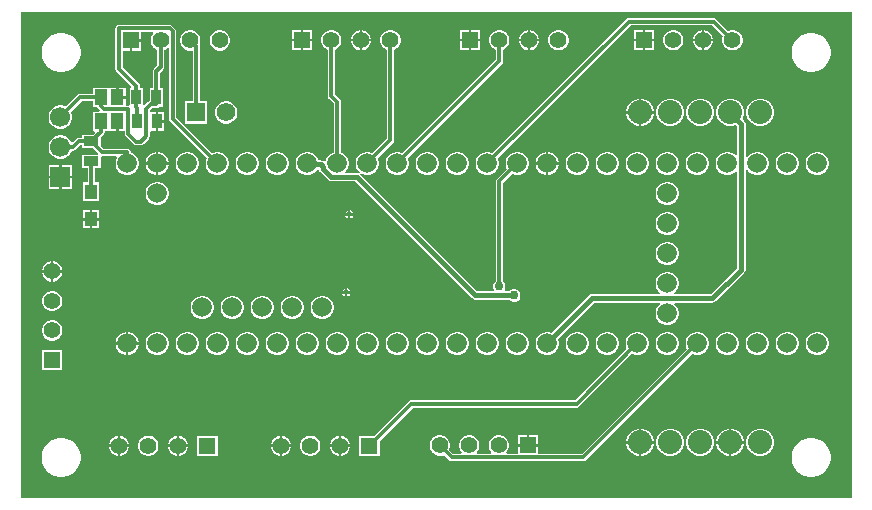
<source format=gtl>
G04*
G04 #@! TF.GenerationSoftware,Altium Limited,Altium Designer,22.10.1 (41)*
G04*
G04 Layer_Physical_Order=1*
G04 Layer_Color=255*
%FSLAX44Y44*%
%MOMM*%
G71*
G04*
G04 #@! TF.SameCoordinates,F6035E9F-F1FD-4C6C-B8EA-126E05AD2449*
G04*
G04*
G04 #@! TF.FilePolarity,Positive*
G04*
G01*
G75*
%ADD13R,0.8065X1.3082*%
%ADD14R,1.1000X1.2500*%
%ADD15R,1.3082X0.8065*%
%ADD16R,1.1000X1.3500*%
%ADD18R,1.4000X1.4000*%
%ADD19C,1.4000*%
%ADD20R,1.4000X1.4000*%
%ADD25C,1.5700*%
%ADD26R,1.5700X1.5700*%
%ADD30C,0.3810*%
%ADD31C,0.3048*%
%ADD32C,0.4064*%
%ADD33C,1.6650*%
%ADD34C,1.7000*%
%ADD35R,1.7000X1.7000*%
%ADD36C,2.0320*%
%ADD37C,0.4064*%
%ADD38C,0.7620*%
G36*
X707316Y3884D02*
X3884D01*
Y415215D01*
X707316D01*
Y3884D01*
D02*
G37*
%LPC*%
G36*
X539984Y399854D02*
X532476D01*
Y392346D01*
X539984D01*
Y399854D01*
D02*
G37*
G36*
X435263D02*
X435156D01*
Y392346D01*
X442664D01*
Y392452D01*
X442083Y394620D01*
X440961Y396564D01*
X439374Y398151D01*
X437430Y399273D01*
X435263Y399854D01*
D02*
G37*
G36*
X392664D02*
X385156D01*
Y392346D01*
X392664D01*
Y399854D01*
D02*
G37*
G36*
X250424D02*
X242916D01*
Y392346D01*
X250424D01*
Y399854D01*
D02*
G37*
G36*
X582582D02*
X582476D01*
Y392346D01*
X589984D01*
Y392452D01*
X589403Y394620D01*
X588281Y396564D01*
X586694Y398151D01*
X584750Y399273D01*
X582582Y399854D01*
D02*
G37*
G36*
X293023D02*
X292916D01*
Y392346D01*
X300424D01*
Y392452D01*
X299843Y394620D01*
X298721Y396564D01*
X297134Y398151D01*
X295191Y399273D01*
X293023Y399854D01*
D02*
G37*
G36*
X530444D02*
X522936D01*
Y392346D01*
X530444D01*
Y399854D01*
D02*
G37*
G36*
X433124D02*
X433018D01*
X430850Y399273D01*
X428907Y398151D01*
X427319Y396564D01*
X426197Y394620D01*
X425616Y392452D01*
Y392346D01*
X433124D01*
Y399854D01*
D02*
G37*
G36*
X240884D02*
X233376D01*
Y392346D01*
X240884D01*
Y399854D01*
D02*
G37*
G36*
X580444D02*
X580338D01*
X578170Y399273D01*
X576226Y398151D01*
X574639Y396564D01*
X573517Y394620D01*
X572936Y392452D01*
Y392346D01*
X580444D01*
Y399854D01*
D02*
G37*
G36*
X383124D02*
X375616D01*
Y392346D01*
X383124D01*
Y399854D01*
D02*
G37*
G36*
X290884D02*
X290778D01*
X288610Y399273D01*
X286667Y398151D01*
X285079Y396564D01*
X283957Y394620D01*
X283376Y392452D01*
Y392346D01*
X290884D01*
Y399854D01*
D02*
G37*
G36*
X590628Y410270D02*
X518922D01*
X517733Y410033D01*
X516725Y409360D01*
X403204Y295839D01*
X402582Y296198D01*
X400077Y296869D01*
X397483D01*
X394978Y296198D01*
X392733Y294901D01*
X390899Y293067D01*
X389602Y290822D01*
X388931Y288317D01*
Y285723D01*
X389602Y283218D01*
X390899Y280973D01*
X392733Y279139D01*
X394978Y277842D01*
X397483Y277171D01*
X400077D01*
X402582Y277842D01*
X404827Y279139D01*
X406661Y280973D01*
X407958Y283218D01*
X408629Y285723D01*
Y288317D01*
X407958Y290822D01*
X407599Y291444D01*
X520209Y404054D01*
X589341D01*
X598611Y394784D01*
X598517Y394620D01*
X597936Y392452D01*
Y390208D01*
X598517Y388040D01*
X599639Y386096D01*
X601226Y384509D01*
X603170Y383387D01*
X605338Y382806D01*
X607582D01*
X609750Y383387D01*
X611694Y384509D01*
X613281Y386096D01*
X614403Y388040D01*
X614984Y390208D01*
Y392452D01*
X614403Y394620D01*
X613281Y396564D01*
X611694Y398151D01*
X609750Y399273D01*
X607582Y399854D01*
X605338D01*
X603170Y399273D01*
X603006Y399179D01*
X592826Y409360D01*
X591818Y410033D01*
X590628Y410270D01*
D02*
G37*
G36*
X589984Y390314D02*
X582476D01*
Y382806D01*
X582582D01*
X584750Y383387D01*
X586694Y384509D01*
X588281Y386096D01*
X589403Y388040D01*
X589984Y390208D01*
Y390314D01*
D02*
G37*
G36*
X580444D02*
X572936D01*
Y390208D01*
X573517Y388040D01*
X574639Y386096D01*
X576226Y384509D01*
X578170Y383387D01*
X580338Y382806D01*
X580444D01*
Y390314D01*
D02*
G37*
G36*
X557582Y399854D02*
X555338D01*
X553170Y399273D01*
X551226Y398151D01*
X549639Y396564D01*
X548517Y394620D01*
X547936Y392452D01*
Y390208D01*
X548517Y388040D01*
X549639Y386096D01*
X551226Y384509D01*
X553170Y383387D01*
X555338Y382806D01*
X557582D01*
X559750Y383387D01*
X561694Y384509D01*
X563281Y386096D01*
X564403Y388040D01*
X564984Y390208D01*
Y392452D01*
X564403Y394620D01*
X563281Y396564D01*
X561694Y398151D01*
X559750Y399273D01*
X557582Y399854D01*
D02*
G37*
G36*
X539984Y390314D02*
X532476D01*
Y382806D01*
X539984D01*
Y390314D01*
D02*
G37*
G36*
X530444D02*
X522936D01*
Y382806D01*
X530444D01*
Y390314D01*
D02*
G37*
G36*
X460262Y399854D02*
X458018D01*
X455850Y399273D01*
X453906Y398151D01*
X452319Y396564D01*
X451197Y394620D01*
X450616Y392452D01*
Y390208D01*
X451197Y388040D01*
X452319Y386096D01*
X453906Y384509D01*
X455850Y383387D01*
X458018Y382806D01*
X460262D01*
X462430Y383387D01*
X464374Y384509D01*
X465961Y386096D01*
X467083Y388040D01*
X467664Y390208D01*
Y392452D01*
X467083Y394620D01*
X465961Y396564D01*
X464374Y398151D01*
X462430Y399273D01*
X460262Y399854D01*
D02*
G37*
G36*
X442664Y390314D02*
X435156D01*
Y382806D01*
X435263D01*
X437430Y383387D01*
X439374Y384509D01*
X440961Y386096D01*
X442083Y388040D01*
X442664Y390208D01*
Y390314D01*
D02*
G37*
G36*
X433124D02*
X425616D01*
Y390208D01*
X426197Y388040D01*
X427319Y386096D01*
X428907Y384509D01*
X430850Y383387D01*
X433018Y382806D01*
X433124D01*
Y390314D01*
D02*
G37*
G36*
X392664D02*
X385156D01*
Y382806D01*
X392664D01*
Y390314D01*
D02*
G37*
G36*
X383124D02*
X375616D01*
Y382806D01*
X383124D01*
Y390314D01*
D02*
G37*
G36*
X300424D02*
X292916D01*
Y382806D01*
X293023D01*
X295191Y383387D01*
X297134Y384509D01*
X298721Y386096D01*
X299843Y388040D01*
X300424Y390208D01*
Y390314D01*
D02*
G37*
G36*
X290884D02*
X283376D01*
Y390208D01*
X283957Y388040D01*
X285079Y386096D01*
X286667Y384509D01*
X288610Y383387D01*
X290778Y382806D01*
X290884D01*
Y390314D01*
D02*
G37*
G36*
X250424D02*
X242916D01*
Y382806D01*
X250424D01*
Y390314D01*
D02*
G37*
G36*
X240884D02*
X233376D01*
Y382806D01*
X240884D01*
Y390314D01*
D02*
G37*
G36*
X173442Y399684D02*
X171197D01*
X169030Y399103D01*
X167086Y397981D01*
X165499Y396394D01*
X164377Y394450D01*
X163796Y392282D01*
Y390038D01*
X164377Y387870D01*
X165499Y385926D01*
X167086Y384339D01*
X169030Y383217D01*
X171197Y382636D01*
X173442D01*
X175610Y383217D01*
X177554Y384339D01*
X179141Y385926D01*
X180263Y387870D01*
X180844Y390038D01*
Y392282D01*
X180263Y394450D01*
X179141Y396394D01*
X177554Y397981D01*
X175610Y399103D01*
X173442Y399684D01*
D02*
G37*
G36*
X674727Y397524D02*
X671472D01*
X668280Y396889D01*
X665273Y395643D01*
X662567Y393835D01*
X660265Y391533D01*
X658457Y388827D01*
X657211Y385820D01*
X656576Y382627D01*
Y379372D01*
X657211Y376180D01*
X658457Y373173D01*
X660265Y370467D01*
X662567Y368165D01*
X665273Y366357D01*
X668280Y365111D01*
X671472Y364476D01*
X674727D01*
X677920Y365111D01*
X680927Y366357D01*
X683633Y368165D01*
X685935Y370467D01*
X687743Y373173D01*
X688989Y376180D01*
X689624Y379372D01*
Y382627D01*
X688989Y385820D01*
X687743Y388827D01*
X685935Y391533D01*
X683633Y393835D01*
X680927Y395643D01*
X677920Y396889D01*
X674727Y397524D01*
D02*
G37*
G36*
X39727D02*
X36472D01*
X33280Y396889D01*
X30273Y395643D01*
X27567Y393835D01*
X25265Y391533D01*
X23457Y388827D01*
X22211Y385820D01*
X21576Y382627D01*
Y379372D01*
X22211Y376180D01*
X23457Y373173D01*
X25265Y370467D01*
X27567Y368165D01*
X30273Y366357D01*
X33280Y365111D01*
X36472Y364476D01*
X39727D01*
X42920Y365111D01*
X45927Y366357D01*
X48633Y368165D01*
X50935Y370467D01*
X52743Y373173D01*
X53989Y376180D01*
X54624Y379372D01*
Y382627D01*
X53989Y385820D01*
X52743Y388827D01*
X50935Y391533D01*
X48633Y393835D01*
X45927Y395643D01*
X42920Y396889D01*
X39727Y397524D01*
D02*
G37*
G36*
X92764Y351174D02*
X86756D01*
Y343916D01*
X92764D01*
Y351174D01*
D02*
G37*
G36*
X529858Y341884D02*
X529336D01*
Y331216D01*
X540004D01*
Y331738D01*
X539208Y334710D01*
X537669Y337374D01*
X535494Y339549D01*
X532830Y341088D01*
X529858Y341884D01*
D02*
G37*
G36*
X527304D02*
X526782D01*
X523810Y341088D01*
X521146Y339549D01*
X518970Y337374D01*
X517432Y334710D01*
X516636Y331738D01*
Y331216D01*
X527304D01*
Y341884D01*
D02*
G37*
G36*
X120396Y330645D02*
Y323596D01*
X124937D01*
Y330645D01*
X120396D01*
D02*
G37*
G36*
X179034Y339574D02*
X176566D01*
X174182Y338935D01*
X172044Y337701D01*
X170299Y335956D01*
X169065Y333818D01*
X168426Y331434D01*
Y328966D01*
X169065Y326582D01*
X170299Y324444D01*
X172044Y322699D01*
X174182Y321465D01*
X176566Y320826D01*
X179034D01*
X181418Y321465D01*
X183556Y322699D01*
X185301Y324444D01*
X186535Y326582D01*
X187174Y328966D01*
Y331434D01*
X186535Y333818D01*
X185301Y335956D01*
X183556Y337701D01*
X181418Y338935D01*
X179034Y339574D01*
D02*
G37*
G36*
X148442Y399684D02*
X146198D01*
X144030Y399103D01*
X142086Y397981D01*
X140499Y396394D01*
X139377Y394450D01*
X138796Y392282D01*
Y390038D01*
X139377Y387870D01*
X140499Y385926D01*
X142086Y384339D01*
X144030Y383217D01*
X146198Y382636D01*
X148442D01*
X149292Y381984D01*
Y339574D01*
X143026D01*
Y320826D01*
X161774D01*
Y339574D01*
X155508D01*
Y386080D01*
X155271Y387269D01*
X155081Y387554D01*
X155263Y387870D01*
X155844Y390038D01*
Y392282D01*
X155263Y394450D01*
X154141Y396394D01*
X152554Y397981D01*
X150610Y399103D01*
X148442Y399684D01*
D02*
G37*
G36*
X631458Y341884D02*
X628382D01*
X625410Y341088D01*
X622746Y339549D01*
X620570Y337374D01*
X619032Y334710D01*
X618236Y331738D01*
Y328662D01*
X619032Y325690D01*
X620570Y323026D01*
X622746Y320850D01*
X625410Y319312D01*
X628382Y318516D01*
X631458D01*
X634430Y319312D01*
X637094Y320850D01*
X639269Y323026D01*
X640808Y325690D01*
X641604Y328662D01*
Y331738D01*
X640808Y334710D01*
X639269Y337374D01*
X637094Y339549D01*
X634430Y341088D01*
X631458Y341884D01*
D02*
G37*
G36*
X580658D02*
X577582D01*
X574610Y341088D01*
X571946Y339549D01*
X569771Y337374D01*
X568232Y334710D01*
X567436Y331738D01*
Y328662D01*
X568232Y325690D01*
X569771Y323026D01*
X571946Y320850D01*
X574610Y319312D01*
X577582Y318516D01*
X580658D01*
X583630Y319312D01*
X586294Y320850D01*
X588470Y323026D01*
X590008Y325690D01*
X590804Y328662D01*
Y331738D01*
X590008Y334710D01*
X588470Y337374D01*
X586294Y339549D01*
X583630Y341088D01*
X580658Y341884D01*
D02*
G37*
G36*
X555258D02*
X552182D01*
X549210Y341088D01*
X546546Y339549D01*
X544370Y337374D01*
X542832Y334710D01*
X542036Y331738D01*
Y328662D01*
X542832Y325690D01*
X544370Y323026D01*
X546546Y320850D01*
X549210Y319312D01*
X552182Y318516D01*
X555258D01*
X558230Y319312D01*
X560894Y320850D01*
X563069Y323026D01*
X564608Y325690D01*
X565404Y328662D01*
Y331738D01*
X564608Y334710D01*
X563069Y337374D01*
X560894Y339549D01*
X558230Y341088D01*
X555258Y341884D01*
D02*
G37*
G36*
X540004Y329184D02*
X529336D01*
Y318516D01*
X529858D01*
X532830Y319312D01*
X535494Y320850D01*
X537669Y323026D01*
X539208Y325690D01*
X540004Y328662D01*
Y329184D01*
D02*
G37*
G36*
X527304D02*
X516636D01*
Y328662D01*
X517432Y325690D01*
X518970Y323026D01*
X521146Y320850D01*
X523810Y319312D01*
X526782Y318516D01*
X527304D01*
Y329184D01*
D02*
G37*
G36*
X124937Y321564D02*
X120396D01*
Y314515D01*
X124937D01*
Y321564D01*
D02*
G37*
G36*
X410262Y399854D02*
X408018D01*
X405850Y399273D01*
X403906Y398151D01*
X402319Y396564D01*
X401197Y394620D01*
X400616Y392452D01*
Y390208D01*
X401197Y388040D01*
X402319Y386096D01*
X403906Y384509D01*
X405850Y383387D01*
X406032Y383338D01*
Y374867D01*
X327004Y295839D01*
X326382Y296198D01*
X323877Y296869D01*
X321283D01*
X318778Y296198D01*
X316533Y294901D01*
X314699Y293067D01*
X313402Y290822D01*
X312731Y288317D01*
Y285723D01*
X313402Y283218D01*
X314699Y280973D01*
X316533Y279139D01*
X318778Y277842D01*
X321283Y277171D01*
X323877D01*
X326382Y277842D01*
X328627Y279139D01*
X330461Y280973D01*
X331758Y283218D01*
X332429Y285723D01*
Y288317D01*
X331758Y290822D01*
X331399Y291444D01*
X411338Y371383D01*
X412011Y372391D01*
X412248Y373580D01*
Y383338D01*
X412430Y383387D01*
X414374Y384509D01*
X415961Y386096D01*
X417083Y388040D01*
X417664Y390208D01*
Y392452D01*
X417083Y394620D01*
X415961Y396564D01*
X414374Y398151D01*
X412430Y399273D01*
X410262Y399854D01*
D02*
G37*
G36*
X318022D02*
X315778D01*
X313610Y399273D01*
X311666Y398151D01*
X310079Y396564D01*
X308957Y394620D01*
X308376Y392452D01*
Y390208D01*
X308957Y388040D01*
X310079Y386096D01*
X311666Y384509D01*
X313610Y383387D01*
X313792Y383338D01*
Y308027D01*
X301604Y295839D01*
X300982Y296198D01*
X298477Y296869D01*
X295883D01*
X293378Y296198D01*
X291133Y294901D01*
X289299Y293067D01*
X288002Y290822D01*
X287331Y288317D01*
Y285723D01*
X288002Y283218D01*
X289299Y280973D01*
X290797Y279474D01*
X290844Y279427D01*
X290063Y278475D01*
X290063Y278475D01*
X290063Y278475D01*
X288911Y278703D01*
X288614Y278762D01*
X279247D01*
X278721Y280032D01*
X279661Y280973D01*
X280958Y283218D01*
X281629Y285723D01*
Y288317D01*
X280958Y290822D01*
X279661Y293067D01*
X277827Y294901D01*
X275582Y296198D01*
X274888Y296384D01*
Y339090D01*
X274651Y340279D01*
X273978Y341287D01*
X270008Y345257D01*
Y383338D01*
X270190Y383387D01*
X272134Y384509D01*
X273721Y386096D01*
X274843Y388040D01*
X275424Y390208D01*
Y392452D01*
X274843Y394620D01*
X273721Y396564D01*
X272134Y398151D01*
X270190Y399273D01*
X268022Y399854D01*
X265778D01*
X263610Y399273D01*
X261666Y398151D01*
X260079Y396564D01*
X258957Y394620D01*
X258376Y392452D01*
Y390208D01*
X258957Y388040D01*
X260079Y386096D01*
X261666Y384509D01*
X263610Y383387D01*
X263792Y383338D01*
Y343970D01*
X264029Y342781D01*
X264703Y341772D01*
X268672Y337803D01*
Y296384D01*
X267978Y296198D01*
X265733Y294901D01*
X263899Y293067D01*
X262602Y290822D01*
X262034Y288700D01*
X260767Y288170D01*
X260266Y288671D01*
X259132Y289429D01*
X257794Y289695D01*
X255860D01*
X255558Y290822D01*
X254261Y293067D01*
X252427Y294901D01*
X250182Y296198D01*
X247677Y296869D01*
X245083D01*
X242578Y296198D01*
X240333Y294901D01*
X238499Y293067D01*
X237202Y290822D01*
X236531Y288317D01*
Y285723D01*
X237202Y283218D01*
X238499Y280973D01*
X240333Y279139D01*
X242578Y277842D01*
X245083Y277171D01*
X247677D01*
X250182Y277842D01*
X252427Y279139D01*
X254261Y280973D01*
X255153Y282517D01*
X255263Y282526D01*
X256530Y282151D01*
X256796Y280813D01*
X257554Y279679D01*
X264439Y272794D01*
X265573Y272036D01*
X266911Y271770D01*
X266912Y271770D01*
X287166D01*
X386148Y172788D01*
X387282Y172030D01*
X388620Y171764D01*
X388620Y171764D01*
X417593D01*
X418619Y170738D01*
X420579Y169926D01*
X422701D01*
X424661Y170738D01*
X426162Y172239D01*
X426974Y174199D01*
Y176321D01*
X426162Y178281D01*
X424661Y179782D01*
X422701Y180594D01*
X420579D01*
X418619Y179782D01*
X417593Y178756D01*
X414019D01*
X413531Y180026D01*
X414274Y181819D01*
Y183941D01*
X413462Y185902D01*
X412048Y187316D01*
Y270493D01*
X419756Y278201D01*
X420378Y277842D01*
X422883Y277171D01*
X425477D01*
X427982Y277842D01*
X430227Y279139D01*
X432061Y280973D01*
X433358Y283218D01*
X434029Y285723D01*
Y288317D01*
X433358Y290822D01*
X432061Y293067D01*
X430227Y294901D01*
X427982Y296198D01*
X425477Y296869D01*
X422883D01*
X420378Y296198D01*
X418133Y294901D01*
X416299Y293067D01*
X415002Y290822D01*
X414331Y288317D01*
Y285723D01*
X415002Y283218D01*
X415361Y282596D01*
X406743Y273978D01*
X406069Y272969D01*
X405832Y271780D01*
Y187316D01*
X404418Y185902D01*
X403606Y183941D01*
Y181819D01*
X404349Y180026D01*
X403861Y178756D01*
X390068D01*
X291094Y277730D01*
X291086Y277738D01*
X291831Y278736D01*
X291856Y278721D01*
X293378Y277842D01*
X295883Y277171D01*
X298477D01*
X300982Y277842D01*
X303227Y279139D01*
X305061Y280973D01*
X306358Y283218D01*
X307029Y285723D01*
Y288317D01*
X306358Y290822D01*
X305999Y291444D01*
X319097Y304543D01*
X319771Y305551D01*
X320008Y306740D01*
Y383338D01*
X320190Y383387D01*
X322134Y384509D01*
X323721Y386096D01*
X324843Y388040D01*
X325424Y390208D01*
Y392452D01*
X324843Y394620D01*
X323721Y396564D01*
X322134Y398151D01*
X320190Y399273D01*
X318022Y399854D01*
D02*
G37*
G36*
X606058Y341884D02*
X602982D01*
X600010Y341088D01*
X597346Y339549D01*
X595171Y337374D01*
X593632Y334710D01*
X592836Y331738D01*
Y328662D01*
X593632Y325690D01*
X595171Y323026D01*
X597346Y320850D01*
X600010Y319312D01*
X602982Y318516D01*
X606058D01*
X609030Y319312D01*
X610292Y318575D01*
Y294432D01*
X609022Y293906D01*
X608027Y294901D01*
X605782Y296198D01*
X603277Y296869D01*
X600683D01*
X598178Y296198D01*
X595933Y294901D01*
X594099Y293067D01*
X592802Y290822D01*
X592131Y288317D01*
Y285723D01*
X592802Y283218D01*
X594099Y280973D01*
X595933Y279139D01*
X598178Y277842D01*
X600683Y277171D01*
X603277D01*
X605782Y277842D01*
X608027Y279139D01*
X609022Y280134D01*
X610292Y279608D01*
Y198606D01*
X588032Y176346D01*
X557547D01*
X557350Y177082D01*
X557304Y177616D01*
X559061Y179373D01*
X560358Y181618D01*
X561029Y184123D01*
Y186717D01*
X560358Y189222D01*
X559061Y191467D01*
X557227Y193301D01*
X554982Y194598D01*
X552477Y195269D01*
X549883D01*
X547378Y194598D01*
X545133Y193301D01*
X543299Y191467D01*
X542002Y189222D01*
X541331Y186717D01*
Y184123D01*
X542002Y181618D01*
X543299Y179373D01*
X545056Y177616D01*
X545010Y177082D01*
X544813Y176346D01*
X487680D01*
X486292Y176070D01*
X485116Y175284D01*
X485116Y175284D01*
X453539Y143707D01*
X453382Y143798D01*
X450877Y144469D01*
X448283D01*
X445778Y143798D01*
X443533Y142501D01*
X441699Y140667D01*
X440402Y138422D01*
X439731Y135917D01*
Y133323D01*
X440402Y130818D01*
X441699Y128573D01*
X443533Y126739D01*
X445778Y125442D01*
X448283Y124771D01*
X450877D01*
X453382Y125442D01*
X455627Y126739D01*
X457461Y128573D01*
X458758Y130818D01*
X459429Y133323D01*
Y135917D01*
X458758Y138422D01*
X458667Y138579D01*
X489182Y169094D01*
X544813D01*
X545010Y168358D01*
X545056Y167824D01*
X543299Y166067D01*
X542002Y163822D01*
X541331Y161317D01*
Y158723D01*
X542002Y156218D01*
X543299Y153973D01*
X545133Y152139D01*
X547378Y150842D01*
X549883Y150171D01*
X552477D01*
X554982Y150842D01*
X557227Y152139D01*
X559061Y153973D01*
X560358Y156218D01*
X561029Y158723D01*
Y161317D01*
X560358Y163822D01*
X559061Y166067D01*
X557304Y167824D01*
X557350Y168358D01*
X557547Y169094D01*
X589534D01*
X589534Y169094D01*
X590922Y169370D01*
X592098Y170156D01*
X616482Y194540D01*
X617268Y195716D01*
X617544Y197104D01*
X617544Y197104D01*
Y281819D01*
X618814Y282159D01*
X619499Y280973D01*
X621333Y279139D01*
X623578Y277842D01*
X626083Y277171D01*
X628677D01*
X631182Y277842D01*
X633427Y279139D01*
X635261Y280973D01*
X636558Y283218D01*
X637229Y285723D01*
Y288317D01*
X636558Y290822D01*
X635261Y293067D01*
X633427Y294901D01*
X631182Y296198D01*
X628677Y296869D01*
X626083D01*
X623578Y296198D01*
X621333Y294901D01*
X619499Y293067D01*
X618814Y291881D01*
X617544Y292221D01*
Y320802D01*
X617544Y320802D01*
X617268Y322189D01*
X616482Y323366D01*
X614950Y324897D01*
X615408Y325690D01*
X616204Y328662D01*
Y331738D01*
X615408Y334710D01*
X613870Y337374D01*
X611694Y339549D01*
X609030Y341088D01*
X606058Y341884D01*
D02*
G37*
G36*
X450877Y296869D02*
X450596D01*
Y288036D01*
X459429D01*
Y288317D01*
X458758Y290822D01*
X457461Y293067D01*
X455627Y294901D01*
X453382Y296198D01*
X450877Y296869D01*
D02*
G37*
G36*
X448564D02*
X448283D01*
X445778Y296198D01*
X443533Y294901D01*
X441699Y293067D01*
X440402Y290822D01*
X439731Y288317D01*
Y288036D01*
X448564D01*
Y296869D01*
D02*
G37*
G36*
X120677D02*
X120396D01*
Y288036D01*
X129229D01*
Y288317D01*
X128558Y290822D01*
X127261Y293067D01*
X125427Y294901D01*
X123182Y296198D01*
X120677Y296869D01*
D02*
G37*
G36*
X118364D02*
X118083D01*
X115578Y296198D01*
X113333Y294901D01*
X111499Y293067D01*
X110202Y290822D01*
X109531Y288317D01*
Y288036D01*
X118364D01*
Y296869D01*
D02*
G37*
G36*
X679477D02*
X676883D01*
X674378Y296198D01*
X672133Y294901D01*
X670299Y293067D01*
X669002Y290822D01*
X668331Y288317D01*
Y285723D01*
X669002Y283218D01*
X670299Y280973D01*
X672133Y279139D01*
X674378Y277842D01*
X676883Y277171D01*
X679477D01*
X681982Y277842D01*
X684227Y279139D01*
X686061Y280973D01*
X687358Y283218D01*
X688029Y285723D01*
Y288317D01*
X687358Y290822D01*
X686061Y293067D01*
X684227Y294901D01*
X681982Y296198D01*
X679477Y296869D01*
D02*
G37*
G36*
X654077D02*
X651483D01*
X648978Y296198D01*
X646733Y294901D01*
X644899Y293067D01*
X643602Y290822D01*
X642931Y288317D01*
Y285723D01*
X643602Y283218D01*
X644899Y280973D01*
X646733Y279139D01*
X648978Y277842D01*
X651483Y277171D01*
X654077D01*
X656582Y277842D01*
X658827Y279139D01*
X660661Y280973D01*
X661958Y283218D01*
X662629Y285723D01*
Y288317D01*
X661958Y290822D01*
X660661Y293067D01*
X658827Y294901D01*
X656582Y296198D01*
X654077Y296869D01*
D02*
G37*
G36*
X577877D02*
X575283D01*
X572778Y296198D01*
X570533Y294901D01*
X568699Y293067D01*
X567402Y290822D01*
X566731Y288317D01*
Y285723D01*
X567402Y283218D01*
X568699Y280973D01*
X570533Y279139D01*
X572778Y277842D01*
X575283Y277171D01*
X577877D01*
X580382Y277842D01*
X582627Y279139D01*
X584461Y280973D01*
X585758Y283218D01*
X586429Y285723D01*
Y288317D01*
X585758Y290822D01*
X584461Y293067D01*
X582627Y294901D01*
X580382Y296198D01*
X577877Y296869D01*
D02*
G37*
G36*
X552477D02*
X549883D01*
X547378Y296198D01*
X545133Y294901D01*
X543299Y293067D01*
X542002Y290822D01*
X541331Y288317D01*
Y285723D01*
X542002Y283218D01*
X543299Y280973D01*
X545133Y279139D01*
X547378Y277842D01*
X549883Y277171D01*
X552477D01*
X554982Y277842D01*
X557227Y279139D01*
X559061Y280973D01*
X560358Y283218D01*
X561029Y285723D01*
Y288317D01*
X560358Y290822D01*
X559061Y293067D01*
X557227Y294901D01*
X554982Y296198D01*
X552477Y296869D01*
D02*
G37*
G36*
X527077D02*
X524483D01*
X521978Y296198D01*
X519733Y294901D01*
X517899Y293067D01*
X516602Y290822D01*
X515931Y288317D01*
Y285723D01*
X516602Y283218D01*
X517899Y280973D01*
X519733Y279139D01*
X521978Y277842D01*
X524483Y277171D01*
X527077D01*
X529582Y277842D01*
X531827Y279139D01*
X533661Y280973D01*
X534958Y283218D01*
X535629Y285723D01*
Y288317D01*
X534958Y290822D01*
X533661Y293067D01*
X531827Y294901D01*
X529582Y296198D01*
X527077Y296869D01*
D02*
G37*
G36*
X501677D02*
X499083D01*
X496578Y296198D01*
X494333Y294901D01*
X492499Y293067D01*
X491202Y290822D01*
X490531Y288317D01*
Y285723D01*
X491202Y283218D01*
X492499Y280973D01*
X494333Y279139D01*
X496578Y277842D01*
X499083Y277171D01*
X501677D01*
X504182Y277842D01*
X506427Y279139D01*
X508261Y280973D01*
X509558Y283218D01*
X510229Y285723D01*
Y288317D01*
X509558Y290822D01*
X508261Y293067D01*
X506427Y294901D01*
X504182Y296198D01*
X501677Y296869D01*
D02*
G37*
G36*
X476277D02*
X473683D01*
X471178Y296198D01*
X468933Y294901D01*
X467099Y293067D01*
X465802Y290822D01*
X465131Y288317D01*
Y285723D01*
X465802Y283218D01*
X467099Y280973D01*
X468933Y279139D01*
X471178Y277842D01*
X473683Y277171D01*
X476277D01*
X478782Y277842D01*
X481027Y279139D01*
X482861Y280973D01*
X484158Y283218D01*
X484829Y285723D01*
Y288317D01*
X484158Y290822D01*
X482861Y293067D01*
X481027Y294901D01*
X478782Y296198D01*
X476277Y296869D01*
D02*
G37*
G36*
X459429Y286004D02*
X450596D01*
Y277171D01*
X450877D01*
X453382Y277842D01*
X455627Y279139D01*
X457461Y280973D01*
X458758Y283218D01*
X459429Y285723D01*
Y286004D01*
D02*
G37*
G36*
X448564D02*
X439731D01*
Y285723D01*
X440402Y283218D01*
X441699Y280973D01*
X443533Y279139D01*
X445778Y277842D01*
X448283Y277171D01*
X448564D01*
Y286004D01*
D02*
G37*
G36*
X374677Y296869D02*
X372083D01*
X369578Y296198D01*
X367333Y294901D01*
X365499Y293067D01*
X364202Y290822D01*
X363531Y288317D01*
Y285723D01*
X364202Y283218D01*
X365499Y280973D01*
X367333Y279139D01*
X369578Y277842D01*
X372083Y277171D01*
X374677D01*
X377182Y277842D01*
X379427Y279139D01*
X381261Y280973D01*
X382558Y283218D01*
X383229Y285723D01*
Y288317D01*
X382558Y290822D01*
X381261Y293067D01*
X379427Y294901D01*
X377182Y296198D01*
X374677Y296869D01*
D02*
G37*
G36*
X349277D02*
X346683D01*
X344178Y296198D01*
X341933Y294901D01*
X340099Y293067D01*
X338802Y290822D01*
X338131Y288317D01*
Y285723D01*
X338802Y283218D01*
X340099Y280973D01*
X341933Y279139D01*
X344178Y277842D01*
X346683Y277171D01*
X349277D01*
X351782Y277842D01*
X354027Y279139D01*
X355861Y280973D01*
X357158Y283218D01*
X357829Y285723D01*
Y288317D01*
X357158Y290822D01*
X355861Y293067D01*
X354027Y294901D01*
X351782Y296198D01*
X349277Y296869D01*
D02*
G37*
G36*
X222277D02*
X219683D01*
X217178Y296198D01*
X214933Y294901D01*
X213099Y293067D01*
X211802Y290822D01*
X211131Y288317D01*
Y285723D01*
X211802Y283218D01*
X213099Y280973D01*
X214933Y279139D01*
X217178Y277842D01*
X219683Y277171D01*
X222277D01*
X224782Y277842D01*
X227027Y279139D01*
X228861Y280973D01*
X230158Y283218D01*
X230829Y285723D01*
Y288317D01*
X230158Y290822D01*
X228861Y293067D01*
X227027Y294901D01*
X224782Y296198D01*
X222277Y296869D01*
D02*
G37*
G36*
X196877D02*
X194283D01*
X191778Y296198D01*
X189533Y294901D01*
X187699Y293067D01*
X186402Y290822D01*
X185731Y288317D01*
Y285723D01*
X186402Y283218D01*
X187699Y280973D01*
X189533Y279139D01*
X191778Y277842D01*
X194283Y277171D01*
X196877D01*
X199382Y277842D01*
X201627Y279139D01*
X203461Y280973D01*
X204758Y283218D01*
X205429Y285723D01*
Y288317D01*
X204758Y290822D01*
X203461Y293067D01*
X201627Y294901D01*
X199382Y296198D01*
X196877Y296869D01*
D02*
G37*
G36*
X130048Y404428D02*
X87122D01*
X85933Y404191D01*
X84924Y403517D01*
X84251Y402509D01*
X84014Y401320D01*
Y367030D01*
X84251Y365841D01*
X84924Y364832D01*
X97522Y352235D01*
X96996Y350965D01*
X96044D01*
Y336640D01*
X95062Y335835D01*
X94996Y335848D01*
X92764D01*
Y341884D01*
X85740D01*
Y342900D01*
X84724D01*
Y351174D01*
X64716D01*
Y346008D01*
X54010D01*
X52821Y345771D01*
X51813Y345098D01*
X41998Y335283D01*
X41315Y335677D01*
X38766Y336360D01*
X36126D01*
X33577Y335677D01*
X31291Y334357D01*
X29425Y332491D01*
X28105Y330205D01*
X27422Y327656D01*
Y325017D01*
X28105Y322467D01*
X29425Y320181D01*
X31291Y318315D01*
X33577Y316995D01*
X36126Y316312D01*
X38766D01*
X41315Y316995D01*
X43601Y318315D01*
X45467Y320181D01*
X46787Y322467D01*
X47470Y325017D01*
Y327656D01*
X46787Y330205D01*
X46393Y330888D01*
X55297Y339792D01*
X64716D01*
Y334626D01*
X68763D01*
X68869Y334091D01*
X69543Y333083D01*
X70598Y332027D01*
X70112Y330854D01*
X64716D01*
Y314306D01*
X66063D01*
X66549Y313133D01*
X64661Y311245D01*
X55435D01*
Y308796D01*
X52758D01*
X51569Y308560D01*
X50561Y307886D01*
X47913Y305239D01*
X46383Y305504D01*
X45467Y307091D01*
X43601Y308957D01*
X41315Y310277D01*
X38766Y310960D01*
X36126D01*
X33577Y310277D01*
X31291Y308957D01*
X29425Y307091D01*
X28105Y304805D01*
X27422Y302256D01*
Y299617D01*
X28105Y297067D01*
X29425Y294781D01*
X31291Y292915D01*
X33577Y291595D01*
X36126Y290912D01*
X38766D01*
X41315Y291595D01*
X43601Y292915D01*
X45467Y294781D01*
X46787Y297067D01*
X46991Y297828D01*
X48006D01*
X49195Y298065D01*
X50203Y298739D01*
X54046Y302581D01*
X55435D01*
Y300132D01*
X64661D01*
X69392Y295401D01*
X68906Y294228D01*
X55435D01*
Y283115D01*
X60392D01*
Y270984D01*
X56476D01*
Y255436D01*
X70524D01*
Y270984D01*
X66608D01*
Y283115D01*
X71565D01*
Y292255D01*
X72771Y293310D01*
X84773D01*
X85506Y292040D01*
X84802Y290822D01*
X84131Y288317D01*
Y285723D01*
X84802Y283218D01*
X86099Y280973D01*
X87933Y279139D01*
X90178Y277842D01*
X92683Y277171D01*
X95277D01*
X97782Y277842D01*
X100027Y279139D01*
X101861Y280973D01*
X103158Y283218D01*
X103829Y285723D01*
Y288317D01*
X103158Y290822D01*
X101861Y293067D01*
X100027Y294901D01*
X97782Y296198D01*
X97088Y296384D01*
Y296418D01*
X96851Y297607D01*
X96178Y298615D01*
X95169Y299289D01*
X93980Y299526D01*
X74058D01*
X71565Y302018D01*
Y309359D01*
X73938Y311731D01*
X74611Y312740D01*
X74848Y313929D01*
Y314306D01*
X84724D01*
Y322580D01*
X86756D01*
Y314306D01*
X91888D01*
Y312166D01*
X92125Y310977D01*
X92799Y309968D01*
X99403Y303365D01*
X100411Y302691D01*
X101600Y302454D01*
X105664D01*
X106853Y302691D01*
X107861Y303365D01*
X112179Y307682D01*
X112853Y308691D01*
X113090Y309880D01*
Y313549D01*
X113823Y314515D01*
X114360Y314515D01*
X118364D01*
Y322580D01*
Y330645D01*
X114360D01*
X113823Y330645D01*
X113090Y331611D01*
Y331961D01*
X115079Y333950D01*
X118617D01*
X119806Y334187D01*
X120776Y334835D01*
X124173D01*
Y350965D01*
X121725D01*
Y363711D01*
X124517Y366503D01*
X125191Y367511D01*
X125428Y368701D01*
Y383168D01*
X125610Y383217D01*
X127554Y384339D01*
X128210Y384996D01*
X129480Y384470D01*
Y324612D01*
X129717Y323423D01*
X130391Y322415D01*
X161361Y291444D01*
X161002Y290822D01*
X160331Y288317D01*
Y285723D01*
X161002Y283218D01*
X162299Y280973D01*
X164133Y279139D01*
X166378Y277842D01*
X168883Y277171D01*
X171477D01*
X173982Y277842D01*
X176227Y279139D01*
X178061Y280973D01*
X179358Y283218D01*
X180029Y285723D01*
Y288317D01*
X179358Y290822D01*
X178061Y293067D01*
X176227Y294901D01*
X173982Y296198D01*
X171477Y296869D01*
X168883D01*
X166378Y296198D01*
X165756Y295839D01*
X135696Y325899D01*
Y398780D01*
X135459Y399969D01*
X134785Y400978D01*
X132246Y403517D01*
X131237Y404191D01*
X130048Y404428D01*
D02*
G37*
G36*
X146077Y296869D02*
X143483D01*
X140978Y296198D01*
X138733Y294901D01*
X136899Y293067D01*
X135602Y290822D01*
X134931Y288317D01*
Y285723D01*
X135602Y283218D01*
X136899Y280973D01*
X138733Y279139D01*
X140978Y277842D01*
X143483Y277171D01*
X146077D01*
X148582Y277842D01*
X150827Y279139D01*
X152661Y280973D01*
X153958Y283218D01*
X154629Y285723D01*
Y288317D01*
X153958Y290822D01*
X152661Y293067D01*
X150827Y294901D01*
X148582Y296198D01*
X146077Y296869D01*
D02*
G37*
G36*
X129229Y286004D02*
X120396D01*
Y277171D01*
X120677D01*
X123182Y277842D01*
X125427Y279139D01*
X127261Y280973D01*
X128558Y283218D01*
X129229Y285723D01*
Y286004D01*
D02*
G37*
G36*
X118364D02*
X109531D01*
Y285723D01*
X110202Y283218D01*
X111499Y280973D01*
X113333Y279139D01*
X115578Y277842D01*
X118083Y277171D01*
X118364D01*
Y286004D01*
D02*
G37*
G36*
X47470Y285560D02*
X38462D01*
Y276552D01*
X47470D01*
Y285560D01*
D02*
G37*
G36*
X36430D02*
X27422D01*
Y276552D01*
X36430D01*
Y285560D01*
D02*
G37*
G36*
X47470Y274520D02*
X38462D01*
Y265512D01*
X47470D01*
Y274520D01*
D02*
G37*
G36*
X36430D02*
X27422D01*
Y265512D01*
X36430D01*
Y274520D01*
D02*
G37*
G36*
X552477Y271469D02*
X549883D01*
X547378Y270798D01*
X545133Y269501D01*
X543299Y267667D01*
X542002Y265422D01*
X541331Y262917D01*
Y260323D01*
X542002Y257818D01*
X543299Y255573D01*
X545133Y253739D01*
X547378Y252442D01*
X549883Y251771D01*
X552477D01*
X554982Y252442D01*
X557227Y253739D01*
X559061Y255573D01*
X560358Y257818D01*
X561029Y260323D01*
Y262917D01*
X560358Y265422D01*
X559061Y267667D01*
X557227Y269501D01*
X554982Y270798D01*
X552477Y271469D01*
D02*
G37*
G36*
X120677D02*
X118083D01*
X115578Y270798D01*
X113333Y269501D01*
X111499Y267667D01*
X110202Y265422D01*
X109531Y262917D01*
Y260323D01*
X110202Y257818D01*
X111499Y255573D01*
X113333Y253739D01*
X115578Y252442D01*
X118083Y251771D01*
X120677D01*
X123182Y252442D01*
X125427Y253739D01*
X127261Y255573D01*
X128558Y257818D01*
X129229Y260323D01*
Y262917D01*
X128558Y265422D01*
X127261Y267667D01*
X125427Y269501D01*
X123182Y270798D01*
X120677Y271469D01*
D02*
G37*
G36*
X282956Y247268D02*
Y244856D01*
X285368D01*
X284955Y245854D01*
X283954Y246855D01*
X282956Y247268D01*
D02*
G37*
G36*
X280924D02*
X279926Y246855D01*
X278925Y245854D01*
X278512Y244856D01*
X280924D01*
Y247268D01*
D02*
G37*
G36*
X70524Y247484D02*
X64516D01*
Y240726D01*
X70524D01*
Y247484D01*
D02*
G37*
G36*
X62484D02*
X56476D01*
Y240726D01*
X62484D01*
Y247484D01*
D02*
G37*
G36*
X285368Y242824D02*
X282956D01*
Y240412D01*
X283954Y240825D01*
X284955Y241826D01*
X285368Y242824D01*
D02*
G37*
G36*
X280924D02*
X278512D01*
X278925Y241826D01*
X279926Y240825D01*
X280924Y240412D01*
Y242824D01*
D02*
G37*
G36*
X70524Y238694D02*
X64516D01*
Y231936D01*
X70524D01*
Y238694D01*
D02*
G37*
G36*
X62484D02*
X56476D01*
Y231936D01*
X62484D01*
Y238694D01*
D02*
G37*
G36*
X552477Y246069D02*
X549883D01*
X547378Y245398D01*
X545133Y244101D01*
X543299Y242267D01*
X542002Y240022D01*
X541331Y237517D01*
Y234923D01*
X542002Y232418D01*
X543299Y230173D01*
X545133Y228339D01*
X547378Y227042D01*
X549883Y226371D01*
X552477D01*
X554982Y227042D01*
X557227Y228339D01*
X559061Y230173D01*
X560358Y232418D01*
X561029Y234923D01*
Y237517D01*
X560358Y240022D01*
X559061Y242267D01*
X557227Y244101D01*
X554982Y245398D01*
X552477Y246069D01*
D02*
G37*
G36*
Y220669D02*
X549883D01*
X547378Y219998D01*
X545133Y218701D01*
X543299Y216867D01*
X542002Y214622D01*
X541331Y212117D01*
Y209523D01*
X542002Y207018D01*
X543299Y204773D01*
X545133Y202939D01*
X547378Y201642D01*
X549883Y200971D01*
X552477D01*
X554982Y201642D01*
X557227Y202939D01*
X559061Y204773D01*
X560358Y207018D01*
X561029Y209523D01*
Y212117D01*
X560358Y214622D01*
X559061Y216867D01*
X557227Y218701D01*
X554982Y219998D01*
X552477Y220669D01*
D02*
G37*
G36*
X31602Y204104D02*
X31496D01*
Y196596D01*
X39004D01*
Y196702D01*
X38423Y198870D01*
X37301Y200814D01*
X35714Y202401D01*
X33770Y203523D01*
X31602Y204104D01*
D02*
G37*
G36*
X29464D02*
X29358D01*
X27190Y203523D01*
X25246Y202401D01*
X23659Y200814D01*
X22537Y198870D01*
X21956Y196702D01*
Y196596D01*
X29464D01*
Y204104D01*
D02*
G37*
G36*
X39004Y194564D02*
X31496D01*
Y187056D01*
X31602D01*
X33770Y187637D01*
X35714Y188759D01*
X37301Y190346D01*
X38423Y192290D01*
X39004Y194458D01*
Y194564D01*
D02*
G37*
G36*
X29464D02*
X21956D01*
Y194458D01*
X22537Y192290D01*
X23659Y190346D01*
X25246Y188759D01*
X27190Y187637D01*
X29358Y187056D01*
X29464D01*
Y194564D01*
D02*
G37*
G36*
X280416Y181228D02*
Y178816D01*
X282828D01*
X282415Y179814D01*
X281414Y180815D01*
X280416Y181228D01*
D02*
G37*
G36*
X278384D02*
X277386Y180815D01*
X276385Y179814D01*
X275972Y178816D01*
X278384D01*
Y181228D01*
D02*
G37*
G36*
X282828Y176784D02*
X280416D01*
Y174372D01*
X281414Y174785D01*
X282415Y175786D01*
X282828Y176784D01*
D02*
G37*
G36*
X278384D02*
X275972D01*
X276385Y175786D01*
X277386Y174785D01*
X278384Y174372D01*
Y176784D01*
D02*
G37*
G36*
X31602Y179104D02*
X29358D01*
X27190Y178523D01*
X25246Y177401D01*
X23659Y175814D01*
X22537Y173870D01*
X21956Y171702D01*
Y169458D01*
X22537Y167290D01*
X23659Y165346D01*
X25246Y163759D01*
X27190Y162637D01*
X29358Y162056D01*
X31602D01*
X33770Y162637D01*
X35714Y163759D01*
X37301Y165346D01*
X38423Y167290D01*
X39004Y169458D01*
Y171702D01*
X38423Y173870D01*
X37301Y175814D01*
X35714Y177401D01*
X33770Y178523D01*
X31602Y179104D01*
D02*
G37*
G36*
X260377Y174969D02*
X257783D01*
X255278Y174298D01*
X253033Y173001D01*
X251199Y171167D01*
X249902Y168921D01*
X249231Y166416D01*
Y163823D01*
X249902Y161318D01*
X251199Y159072D01*
X253033Y157239D01*
X255278Y155942D01*
X257783Y155271D01*
X260377D01*
X262882Y155942D01*
X265127Y157239D01*
X266961Y159072D01*
X268258Y161318D01*
X268929Y163823D01*
Y166416D01*
X268258Y168921D01*
X266961Y171167D01*
X265127Y173001D01*
X262882Y174298D01*
X260377Y174969D01*
D02*
G37*
G36*
X234977D02*
X232383D01*
X229878Y174298D01*
X227633Y173001D01*
X225799Y171167D01*
X224502Y168921D01*
X223831Y166416D01*
Y163823D01*
X224502Y161318D01*
X225799Y159072D01*
X227633Y157239D01*
X229878Y155942D01*
X232383Y155271D01*
X234977D01*
X237482Y155942D01*
X239727Y157239D01*
X241561Y159072D01*
X242858Y161318D01*
X243529Y163823D01*
Y166416D01*
X242858Y168921D01*
X241561Y171167D01*
X239727Y173001D01*
X237482Y174298D01*
X234977Y174969D01*
D02*
G37*
G36*
X209577D02*
X206983D01*
X204478Y174298D01*
X202233Y173001D01*
X200399Y171167D01*
X199102Y168921D01*
X198431Y166416D01*
Y163823D01*
X199102Y161318D01*
X200399Y159072D01*
X202233Y157239D01*
X204478Y155942D01*
X206983Y155271D01*
X209577D01*
X212082Y155942D01*
X214327Y157239D01*
X216161Y159072D01*
X217458Y161318D01*
X218129Y163823D01*
Y166416D01*
X217458Y168921D01*
X216161Y171167D01*
X214327Y173001D01*
X212082Y174298D01*
X209577Y174969D01*
D02*
G37*
G36*
X184177D02*
X181583D01*
X179078Y174298D01*
X176833Y173001D01*
X174999Y171167D01*
X173702Y168921D01*
X173031Y166416D01*
Y163823D01*
X173702Y161318D01*
X174999Y159072D01*
X176833Y157239D01*
X179078Y155942D01*
X181583Y155271D01*
X184177D01*
X186682Y155942D01*
X188927Y157239D01*
X190761Y159072D01*
X192058Y161318D01*
X192729Y163823D01*
Y166416D01*
X192058Y168921D01*
X190761Y171167D01*
X188927Y173001D01*
X186682Y174298D01*
X184177Y174969D01*
D02*
G37*
G36*
X158777D02*
X156183D01*
X153678Y174298D01*
X151433Y173001D01*
X149599Y171167D01*
X148302Y168921D01*
X147631Y166416D01*
Y163823D01*
X148302Y161318D01*
X149599Y159072D01*
X151433Y157239D01*
X153678Y155942D01*
X156183Y155271D01*
X158777D01*
X161282Y155942D01*
X163527Y157239D01*
X165361Y159072D01*
X166658Y161318D01*
X167329Y163823D01*
Y166416D01*
X166658Y168921D01*
X165361Y171167D01*
X163527Y173001D01*
X161282Y174298D01*
X158777Y174969D01*
D02*
G37*
G36*
X31602Y154104D02*
X29358D01*
X27190Y153523D01*
X25246Y152401D01*
X23659Y150814D01*
X22537Y148870D01*
X21956Y146702D01*
Y144458D01*
X22537Y142290D01*
X23659Y140346D01*
X25246Y138759D01*
X27190Y137637D01*
X29358Y137056D01*
X31602D01*
X33770Y137637D01*
X35714Y138759D01*
X37301Y140346D01*
X38423Y142290D01*
X39004Y144458D01*
Y146702D01*
X38423Y148870D01*
X37301Y150814D01*
X35714Y152401D01*
X33770Y153523D01*
X31602Y154104D01*
D02*
G37*
G36*
X95277Y144469D02*
X94996D01*
Y135636D01*
X103829D01*
Y135917D01*
X103158Y138422D01*
X101861Y140667D01*
X100027Y142501D01*
X97782Y143798D01*
X95277Y144469D01*
D02*
G37*
G36*
X92964D02*
X92683D01*
X90178Y143798D01*
X87933Y142501D01*
X86099Y140667D01*
X84802Y138422D01*
X84131Y135917D01*
Y135636D01*
X92964D01*
Y144469D01*
D02*
G37*
G36*
X679477D02*
X676883D01*
X674378Y143798D01*
X672133Y142501D01*
X670299Y140667D01*
X669002Y138422D01*
X668331Y135917D01*
Y133323D01*
X669002Y130818D01*
X670299Y128573D01*
X672133Y126739D01*
X674378Y125442D01*
X676883Y124771D01*
X679477D01*
X681982Y125442D01*
X684227Y126739D01*
X686061Y128573D01*
X687358Y130818D01*
X688029Y133323D01*
Y135917D01*
X687358Y138422D01*
X686061Y140667D01*
X684227Y142501D01*
X681982Y143798D01*
X679477Y144469D01*
D02*
G37*
G36*
X654077D02*
X651483D01*
X648978Y143798D01*
X646733Y142501D01*
X644899Y140667D01*
X643602Y138422D01*
X642931Y135917D01*
Y133323D01*
X643602Y130818D01*
X644899Y128573D01*
X646733Y126739D01*
X648978Y125442D01*
X651483Y124771D01*
X654077D01*
X656582Y125442D01*
X658827Y126739D01*
X660661Y128573D01*
X661958Y130818D01*
X662629Y133323D01*
Y135917D01*
X661958Y138422D01*
X660661Y140667D01*
X658827Y142501D01*
X656582Y143798D01*
X654077Y144469D01*
D02*
G37*
G36*
X628677D02*
X626083D01*
X623578Y143798D01*
X621333Y142501D01*
X619499Y140667D01*
X618202Y138422D01*
X617531Y135917D01*
Y133323D01*
X618202Y130818D01*
X619499Y128573D01*
X621333Y126739D01*
X623578Y125442D01*
X626083Y124771D01*
X628677D01*
X631182Y125442D01*
X633427Y126739D01*
X635261Y128573D01*
X636558Y130818D01*
X637229Y133323D01*
Y135917D01*
X636558Y138422D01*
X635261Y140667D01*
X633427Y142501D01*
X631182Y143798D01*
X628677Y144469D01*
D02*
G37*
G36*
X603277D02*
X600683D01*
X598178Y143798D01*
X595933Y142501D01*
X594099Y140667D01*
X592802Y138422D01*
X592131Y135917D01*
Y133323D01*
X592802Y130818D01*
X594099Y128573D01*
X595933Y126739D01*
X598178Y125442D01*
X600683Y124771D01*
X603277D01*
X605782Y125442D01*
X608027Y126739D01*
X609861Y128573D01*
X611158Y130818D01*
X611829Y133323D01*
Y135917D01*
X611158Y138422D01*
X609861Y140667D01*
X608027Y142501D01*
X605782Y143798D01*
X603277Y144469D01*
D02*
G37*
G36*
X577877D02*
X575283D01*
X572778Y143798D01*
X570533Y142501D01*
X568699Y140667D01*
X567402Y138422D01*
X566731Y135917D01*
Y133323D01*
X567402Y130818D01*
X567761Y130196D01*
X478773Y41208D01*
X442064D01*
Y47244D01*
X425016D01*
Y41208D01*
X415339D01*
X414813Y42478D01*
X415361Y43026D01*
X416483Y44970D01*
X417064Y47138D01*
Y49382D01*
X416483Y51550D01*
X415361Y53494D01*
X413774Y55081D01*
X411830Y56203D01*
X409662Y56784D01*
X407418D01*
X405250Y56203D01*
X403306Y55081D01*
X401719Y53494D01*
X400597Y51550D01*
X400016Y49382D01*
Y47138D01*
X400597Y44970D01*
X401719Y43026D01*
X402268Y42478D01*
X401742Y41208D01*
X390339D01*
X389813Y42478D01*
X390361Y43026D01*
X391483Y44970D01*
X392064Y47138D01*
Y49382D01*
X391483Y51550D01*
X390361Y53494D01*
X388774Y55081D01*
X386830Y56203D01*
X384662Y56784D01*
X382418D01*
X380250Y56203D01*
X378306Y55081D01*
X376719Y53494D01*
X375597Y51550D01*
X375016Y49382D01*
Y47138D01*
X375597Y44970D01*
X376719Y43026D01*
X377267Y42478D01*
X376741Y41208D01*
X369988D01*
X366389Y44806D01*
X366483Y44970D01*
X367064Y47138D01*
Y49382D01*
X366483Y51550D01*
X365361Y53494D01*
X363774Y55081D01*
X361830Y56203D01*
X359663Y56784D01*
X357418D01*
X355250Y56203D01*
X353307Y55081D01*
X351719Y53494D01*
X350597Y51550D01*
X350016Y49382D01*
Y47138D01*
X350597Y44970D01*
X351719Y43026D01*
X353307Y41439D01*
X355250Y40317D01*
X357418Y39736D01*
X359663D01*
X361830Y40317D01*
X361994Y40411D01*
X366503Y35903D01*
X367511Y35229D01*
X368700Y34992D01*
X480060D01*
X481249Y35229D01*
X482257Y35903D01*
X572156Y125801D01*
X572778Y125442D01*
X575283Y124771D01*
X577877D01*
X580382Y125442D01*
X582627Y126739D01*
X584461Y128573D01*
X585758Y130818D01*
X586429Y133323D01*
Y135917D01*
X585758Y138422D01*
X584461Y140667D01*
X582627Y142501D01*
X580382Y143798D01*
X577877Y144469D01*
D02*
G37*
G36*
X552477D02*
X549883D01*
X547378Y143798D01*
X545133Y142501D01*
X543299Y140667D01*
X542002Y138422D01*
X541331Y135917D01*
Y133323D01*
X542002Y130818D01*
X543299Y128573D01*
X545133Y126739D01*
X547378Y125442D01*
X549883Y124771D01*
X552477D01*
X554982Y125442D01*
X557227Y126739D01*
X559061Y128573D01*
X560358Y130818D01*
X561029Y133323D01*
Y135917D01*
X560358Y138422D01*
X559061Y140667D01*
X557227Y142501D01*
X554982Y143798D01*
X552477Y144469D01*
D02*
G37*
G36*
X527077D02*
X524483D01*
X521978Y143798D01*
X519733Y142501D01*
X517899Y140667D01*
X516602Y138422D01*
X515931Y135917D01*
Y133323D01*
X516602Y130818D01*
X516961Y130196D01*
X473347Y86582D01*
X334504D01*
X333315Y86345D01*
X332307Y85672D01*
X303249Y56614D01*
X290596D01*
Y39566D01*
X307644D01*
Y52219D01*
X335792Y80366D01*
X474634D01*
X475823Y80603D01*
X476832Y81277D01*
X521356Y125801D01*
X521978Y125442D01*
X524483Y124771D01*
X527077D01*
X529582Y125442D01*
X531827Y126739D01*
X533661Y128573D01*
X534958Y130818D01*
X535629Y133323D01*
Y135917D01*
X534958Y138422D01*
X533661Y140667D01*
X531827Y142501D01*
X529582Y143798D01*
X527077Y144469D01*
D02*
G37*
G36*
X501677D02*
X499083D01*
X496578Y143798D01*
X494333Y142501D01*
X492499Y140667D01*
X491202Y138422D01*
X490531Y135917D01*
Y133323D01*
X491202Y130818D01*
X492499Y128573D01*
X494333Y126739D01*
X496578Y125442D01*
X499083Y124771D01*
X501677D01*
X504182Y125442D01*
X506427Y126739D01*
X508261Y128573D01*
X509558Y130818D01*
X510229Y133323D01*
Y135917D01*
X509558Y138422D01*
X508261Y140667D01*
X506427Y142501D01*
X504182Y143798D01*
X501677Y144469D01*
D02*
G37*
G36*
X476277D02*
X473683D01*
X471178Y143798D01*
X468933Y142501D01*
X467099Y140667D01*
X465802Y138422D01*
X465131Y135917D01*
Y133323D01*
X465802Y130818D01*
X467099Y128573D01*
X468933Y126739D01*
X471178Y125442D01*
X473683Y124771D01*
X476277D01*
X478782Y125442D01*
X481027Y126739D01*
X482861Y128573D01*
X484158Y130818D01*
X484829Y133323D01*
Y135917D01*
X484158Y138422D01*
X482861Y140667D01*
X481027Y142501D01*
X478782Y143798D01*
X476277Y144469D01*
D02*
G37*
G36*
X425477D02*
X422883D01*
X420378Y143798D01*
X418133Y142501D01*
X416299Y140667D01*
X415002Y138422D01*
X414331Y135917D01*
Y133323D01*
X415002Y130818D01*
X416299Y128573D01*
X418133Y126739D01*
X420378Y125442D01*
X422883Y124771D01*
X425477D01*
X427982Y125442D01*
X430227Y126739D01*
X432061Y128573D01*
X433358Y130818D01*
X434029Y133323D01*
Y135917D01*
X433358Y138422D01*
X432061Y140667D01*
X430227Y142501D01*
X427982Y143798D01*
X425477Y144469D01*
D02*
G37*
G36*
X400077D02*
X397483D01*
X394978Y143798D01*
X392733Y142501D01*
X390899Y140667D01*
X389602Y138422D01*
X388931Y135917D01*
Y133323D01*
X389602Y130818D01*
X390899Y128573D01*
X392733Y126739D01*
X394978Y125442D01*
X397483Y124771D01*
X400077D01*
X402582Y125442D01*
X404827Y126739D01*
X406661Y128573D01*
X407958Y130818D01*
X408629Y133323D01*
Y135917D01*
X407958Y138422D01*
X406661Y140667D01*
X404827Y142501D01*
X402582Y143798D01*
X400077Y144469D01*
D02*
G37*
G36*
X374677D02*
X372083D01*
X369578Y143798D01*
X367333Y142501D01*
X365499Y140667D01*
X364202Y138422D01*
X363531Y135917D01*
Y133323D01*
X364202Y130818D01*
X365499Y128573D01*
X367333Y126739D01*
X369578Y125442D01*
X372083Y124771D01*
X374677D01*
X377182Y125442D01*
X379427Y126739D01*
X381261Y128573D01*
X382558Y130818D01*
X383229Y133323D01*
Y135917D01*
X382558Y138422D01*
X381261Y140667D01*
X379427Y142501D01*
X377182Y143798D01*
X374677Y144469D01*
D02*
G37*
G36*
X349277D02*
X346683D01*
X344178Y143798D01*
X341933Y142501D01*
X340099Y140667D01*
X338802Y138422D01*
X338131Y135917D01*
Y133323D01*
X338802Y130818D01*
X340099Y128573D01*
X341933Y126739D01*
X344178Y125442D01*
X346683Y124771D01*
X349277D01*
X351782Y125442D01*
X354027Y126739D01*
X355861Y128573D01*
X357158Y130818D01*
X357829Y133323D01*
Y135917D01*
X357158Y138422D01*
X355861Y140667D01*
X354027Y142501D01*
X351782Y143798D01*
X349277Y144469D01*
D02*
G37*
G36*
X323877D02*
X321283D01*
X318778Y143798D01*
X316533Y142501D01*
X314699Y140667D01*
X313402Y138422D01*
X312731Y135917D01*
Y133323D01*
X313402Y130818D01*
X314699Y128573D01*
X316533Y126739D01*
X318778Y125442D01*
X321283Y124771D01*
X323877D01*
X326382Y125442D01*
X328627Y126739D01*
X330461Y128573D01*
X331758Y130818D01*
X332429Y133323D01*
Y135917D01*
X331758Y138422D01*
X330461Y140667D01*
X328627Y142501D01*
X326382Y143798D01*
X323877Y144469D01*
D02*
G37*
G36*
X298477D02*
X295883D01*
X293378Y143798D01*
X291133Y142501D01*
X289299Y140667D01*
X288002Y138422D01*
X287331Y135917D01*
Y133323D01*
X288002Y130818D01*
X289299Y128573D01*
X291133Y126739D01*
X293378Y125442D01*
X295883Y124771D01*
X298477D01*
X300982Y125442D01*
X303227Y126739D01*
X305061Y128573D01*
X306358Y130818D01*
X307029Y133323D01*
Y135917D01*
X306358Y138422D01*
X305061Y140667D01*
X303227Y142501D01*
X300982Y143798D01*
X298477Y144469D01*
D02*
G37*
G36*
X273077D02*
X270483D01*
X267978Y143798D01*
X265733Y142501D01*
X263899Y140667D01*
X262602Y138422D01*
X261931Y135917D01*
Y133323D01*
X262602Y130818D01*
X263899Y128573D01*
X265733Y126739D01*
X267978Y125442D01*
X270483Y124771D01*
X273077D01*
X275582Y125442D01*
X277827Y126739D01*
X279661Y128573D01*
X280958Y130818D01*
X281629Y133323D01*
Y135917D01*
X280958Y138422D01*
X279661Y140667D01*
X277827Y142501D01*
X275582Y143798D01*
X273077Y144469D01*
D02*
G37*
G36*
X247677D02*
X245083D01*
X242578Y143798D01*
X240333Y142501D01*
X238499Y140667D01*
X237202Y138422D01*
X236531Y135917D01*
Y133323D01*
X237202Y130818D01*
X238499Y128573D01*
X240333Y126739D01*
X242578Y125442D01*
X245083Y124771D01*
X247677D01*
X250182Y125442D01*
X252427Y126739D01*
X254261Y128573D01*
X255558Y130818D01*
X256229Y133323D01*
Y135917D01*
X255558Y138422D01*
X254261Y140667D01*
X252427Y142501D01*
X250182Y143798D01*
X247677Y144469D01*
D02*
G37*
G36*
X222277D02*
X219683D01*
X217178Y143798D01*
X214933Y142501D01*
X213099Y140667D01*
X211802Y138422D01*
X211131Y135917D01*
Y133323D01*
X211802Y130818D01*
X213099Y128573D01*
X214933Y126739D01*
X217178Y125442D01*
X219683Y124771D01*
X222277D01*
X224782Y125442D01*
X227027Y126739D01*
X228861Y128573D01*
X230158Y130818D01*
X230829Y133323D01*
Y135917D01*
X230158Y138422D01*
X228861Y140667D01*
X227027Y142501D01*
X224782Y143798D01*
X222277Y144469D01*
D02*
G37*
G36*
X196877D02*
X194283D01*
X191778Y143798D01*
X189533Y142501D01*
X187699Y140667D01*
X186402Y138422D01*
X185731Y135917D01*
Y133323D01*
X186402Y130818D01*
X187699Y128573D01*
X189533Y126739D01*
X191778Y125442D01*
X194283Y124771D01*
X196877D01*
X199382Y125442D01*
X201627Y126739D01*
X203461Y128573D01*
X204758Y130818D01*
X205429Y133323D01*
Y135917D01*
X204758Y138422D01*
X203461Y140667D01*
X201627Y142501D01*
X199382Y143798D01*
X196877Y144469D01*
D02*
G37*
G36*
X171477D02*
X168883D01*
X166378Y143798D01*
X164133Y142501D01*
X162299Y140667D01*
X161002Y138422D01*
X160331Y135917D01*
Y133323D01*
X161002Y130818D01*
X162299Y128573D01*
X164133Y126739D01*
X166378Y125442D01*
X168883Y124771D01*
X171477D01*
X173982Y125442D01*
X176227Y126739D01*
X178061Y128573D01*
X179358Y130818D01*
X180029Y133323D01*
Y135917D01*
X179358Y138422D01*
X178061Y140667D01*
X176227Y142501D01*
X173982Y143798D01*
X171477Y144469D01*
D02*
G37*
G36*
X146077D02*
X143483D01*
X140978Y143798D01*
X138733Y142501D01*
X136899Y140667D01*
X135602Y138422D01*
X134931Y135917D01*
Y133323D01*
X135602Y130818D01*
X136899Y128573D01*
X138733Y126739D01*
X140978Y125442D01*
X143483Y124771D01*
X146077D01*
X148582Y125442D01*
X150827Y126739D01*
X152661Y128573D01*
X153958Y130818D01*
X154629Y133323D01*
Y135917D01*
X153958Y138422D01*
X152661Y140667D01*
X150827Y142501D01*
X148582Y143798D01*
X146077Y144469D01*
D02*
G37*
G36*
X120677D02*
X118083D01*
X115578Y143798D01*
X113333Y142501D01*
X111499Y140667D01*
X110202Y138422D01*
X109531Y135917D01*
Y133323D01*
X110202Y130818D01*
X111499Y128573D01*
X113333Y126739D01*
X115578Y125442D01*
X118083Y124771D01*
X120677D01*
X123182Y125442D01*
X125427Y126739D01*
X127261Y128573D01*
X128558Y130818D01*
X129229Y133323D01*
Y135917D01*
X128558Y138422D01*
X127261Y140667D01*
X125427Y142501D01*
X123182Y143798D01*
X120677Y144469D01*
D02*
G37*
G36*
X103829Y133604D02*
X94996D01*
Y124771D01*
X95277D01*
X97782Y125442D01*
X100027Y126739D01*
X101861Y128573D01*
X103158Y130818D01*
X103829Y133323D01*
Y133604D01*
D02*
G37*
G36*
X92964D02*
X84131D01*
Y133323D01*
X84802Y130818D01*
X86099Y128573D01*
X87933Y126739D01*
X90178Y125442D01*
X92683Y124771D01*
X92964D01*
Y133604D01*
D02*
G37*
G36*
X39004Y129104D02*
X21956D01*
Y112056D01*
X39004D01*
Y129104D01*
D02*
G37*
G36*
X606058Y62484D02*
X605536D01*
Y51816D01*
X616204D01*
Y52338D01*
X615408Y55310D01*
X613870Y57974D01*
X611694Y60149D01*
X609030Y61688D01*
X606058Y62484D01*
D02*
G37*
G36*
X529858D02*
X529336D01*
Y51816D01*
X540004D01*
Y52338D01*
X539208Y55310D01*
X537669Y57974D01*
X535494Y60149D01*
X532830Y61688D01*
X529858Y62484D01*
D02*
G37*
G36*
X603504D02*
X602982D01*
X600010Y61688D01*
X597346Y60149D01*
X595171Y57974D01*
X593632Y55310D01*
X592836Y52338D01*
Y51816D01*
X603504D01*
Y62484D01*
D02*
G37*
G36*
X527304D02*
X526782D01*
X523810Y61688D01*
X521146Y60149D01*
X518970Y57974D01*
X517432Y55310D01*
X516636Y52338D01*
Y51816D01*
X527304D01*
Y62484D01*
D02*
G37*
G36*
X442064Y56784D02*
X434556D01*
Y49276D01*
X442064D01*
Y56784D01*
D02*
G37*
G36*
X432524D02*
X425016D01*
Y49276D01*
X432524D01*
Y56784D01*
D02*
G37*
G36*
X275242Y56614D02*
X275136D01*
Y49106D01*
X282644D01*
Y49212D01*
X282063Y51380D01*
X280941Y53324D01*
X279354Y54911D01*
X277410Y56033D01*
X275242Y56614D01*
D02*
G37*
G36*
X273104D02*
X272998D01*
X270830Y56033D01*
X268886Y54911D01*
X267299Y53324D01*
X266177Y51380D01*
X265596Y49212D01*
Y49106D01*
X273104D01*
Y56614D01*
D02*
G37*
G36*
X225242D02*
X225136D01*
Y49106D01*
X232644D01*
Y49212D01*
X232063Y51380D01*
X230941Y53324D01*
X229354Y54911D01*
X227410Y56033D01*
X225242Y56614D01*
D02*
G37*
G36*
X223104D02*
X222998D01*
X220830Y56033D01*
X218886Y54911D01*
X217299Y53324D01*
X216177Y51380D01*
X215596Y49212D01*
Y49106D01*
X223104D01*
Y56614D01*
D02*
G37*
G36*
X138082D02*
X137976D01*
Y49106D01*
X145484D01*
Y49212D01*
X144903Y51380D01*
X143781Y53324D01*
X142194Y54911D01*
X140250Y56033D01*
X138082Y56614D01*
D02*
G37*
G36*
X135944D02*
X135838D01*
X133670Y56033D01*
X131726Y54911D01*
X130139Y53324D01*
X129017Y51380D01*
X128436Y49212D01*
Y49106D01*
X135944D01*
Y56614D01*
D02*
G37*
G36*
X88082D02*
X87976D01*
Y49106D01*
X95484D01*
Y49212D01*
X94903Y51380D01*
X93781Y53324D01*
X92194Y54911D01*
X90250Y56033D01*
X88082Y56614D01*
D02*
G37*
G36*
X85944D02*
X85838D01*
X83670Y56033D01*
X81726Y54911D01*
X80139Y53324D01*
X79017Y51380D01*
X78436Y49212D01*
Y49106D01*
X85944D01*
Y56614D01*
D02*
G37*
G36*
X282644Y47074D02*
X275136D01*
Y39566D01*
X275242D01*
X277410Y40147D01*
X279354Y41269D01*
X280941Y42856D01*
X282063Y44800D01*
X282644Y46968D01*
Y47074D01*
D02*
G37*
G36*
X273104D02*
X265596D01*
Y46968D01*
X266177Y44800D01*
X267299Y42856D01*
X268886Y41269D01*
X270830Y40147D01*
X272998Y39566D01*
X273104D01*
Y47074D01*
D02*
G37*
G36*
X250242Y56614D02*
X247998D01*
X245830Y56033D01*
X243886Y54911D01*
X242299Y53324D01*
X241177Y51380D01*
X240596Y49212D01*
Y46968D01*
X241177Y44800D01*
X242299Y42856D01*
X243886Y41269D01*
X245830Y40147D01*
X247998Y39566D01*
X250242D01*
X252410Y40147D01*
X254354Y41269D01*
X255941Y42856D01*
X257063Y44800D01*
X257644Y46968D01*
Y49212D01*
X257063Y51380D01*
X255941Y53324D01*
X254354Y54911D01*
X252410Y56033D01*
X250242Y56614D01*
D02*
G37*
G36*
X232644Y47074D02*
X225136D01*
Y39566D01*
X225242D01*
X227410Y40147D01*
X229354Y41269D01*
X230941Y42856D01*
X232063Y44800D01*
X232644Y46968D01*
Y47074D01*
D02*
G37*
G36*
X223104D02*
X215596D01*
Y46968D01*
X216177Y44800D01*
X217299Y42856D01*
X218886Y41269D01*
X220830Y40147D01*
X222998Y39566D01*
X223104D01*
Y47074D01*
D02*
G37*
G36*
X170484Y56614D02*
X153436D01*
Y39566D01*
X170484D01*
Y56614D01*
D02*
G37*
G36*
X145484Y47074D02*
X137976D01*
Y39566D01*
X138082D01*
X140250Y40147D01*
X142194Y41269D01*
X143781Y42856D01*
X144903Y44800D01*
X145484Y46968D01*
Y47074D01*
D02*
G37*
G36*
X135944D02*
X128436D01*
Y46968D01*
X129017Y44800D01*
X130139Y42856D01*
X131726Y41269D01*
X133670Y40147D01*
X135838Y39566D01*
X135944D01*
Y47074D01*
D02*
G37*
G36*
X113082Y56614D02*
X110838D01*
X108670Y56033D01*
X106726Y54911D01*
X105139Y53324D01*
X104017Y51380D01*
X103436Y49212D01*
Y46968D01*
X104017Y44800D01*
X105139Y42856D01*
X106726Y41269D01*
X108670Y40147D01*
X110838Y39566D01*
X113082D01*
X115250Y40147D01*
X117194Y41269D01*
X118781Y42856D01*
X119903Y44800D01*
X120484Y46968D01*
Y49212D01*
X119903Y51380D01*
X118781Y53324D01*
X117194Y54911D01*
X115250Y56033D01*
X113082Y56614D01*
D02*
G37*
G36*
X95484Y47074D02*
X87976D01*
Y39566D01*
X88082D01*
X90250Y40147D01*
X92194Y41269D01*
X93781Y42856D01*
X94903Y44800D01*
X95484Y46968D01*
Y47074D01*
D02*
G37*
G36*
X85944D02*
X78436D01*
Y46968D01*
X79017Y44800D01*
X80139Y42856D01*
X81726Y41269D01*
X83670Y40147D01*
X85838Y39566D01*
X85944D01*
Y47074D01*
D02*
G37*
G36*
X631458Y62484D02*
X628382D01*
X625410Y61688D01*
X622746Y60149D01*
X620570Y57974D01*
X619032Y55310D01*
X618236Y52338D01*
Y49262D01*
X619032Y46290D01*
X620570Y43626D01*
X622746Y41451D01*
X625410Y39912D01*
X628382Y39116D01*
X631458D01*
X634430Y39912D01*
X637094Y41451D01*
X639269Y43626D01*
X640808Y46290D01*
X641604Y49262D01*
Y52338D01*
X640808Y55310D01*
X639269Y57974D01*
X637094Y60149D01*
X634430Y61688D01*
X631458Y62484D01*
D02*
G37*
G36*
X616204Y49784D02*
X605536D01*
Y39116D01*
X606058D01*
X609030Y39912D01*
X611694Y41451D01*
X613870Y43626D01*
X615408Y46290D01*
X616204Y49262D01*
Y49784D01*
D02*
G37*
G36*
X603504D02*
X592836D01*
Y49262D01*
X593632Y46290D01*
X595171Y43626D01*
X597346Y41451D01*
X600010Y39912D01*
X602982Y39116D01*
X603504D01*
Y49784D01*
D02*
G37*
G36*
X580658Y62484D02*
X577582D01*
X574610Y61688D01*
X571946Y60149D01*
X569771Y57974D01*
X568232Y55310D01*
X567436Y52338D01*
Y49262D01*
X568232Y46290D01*
X569771Y43626D01*
X571946Y41451D01*
X574610Y39912D01*
X577582Y39116D01*
X580658D01*
X583630Y39912D01*
X586294Y41451D01*
X588470Y43626D01*
X590008Y46290D01*
X590804Y49262D01*
Y52338D01*
X590008Y55310D01*
X588470Y57974D01*
X586294Y60149D01*
X583630Y61688D01*
X580658Y62484D01*
D02*
G37*
G36*
X555258D02*
X552182D01*
X549210Y61688D01*
X546546Y60149D01*
X544370Y57974D01*
X542832Y55310D01*
X542036Y52338D01*
Y49262D01*
X542832Y46290D01*
X544370Y43626D01*
X546546Y41451D01*
X549210Y39912D01*
X552182Y39116D01*
X555258D01*
X558230Y39912D01*
X560894Y41451D01*
X563069Y43626D01*
X564608Y46290D01*
X565404Y49262D01*
Y52338D01*
X564608Y55310D01*
X563069Y57974D01*
X560894Y60149D01*
X558230Y61688D01*
X555258Y62484D01*
D02*
G37*
G36*
X540004Y49784D02*
X529336D01*
Y39116D01*
X529858D01*
X532830Y39912D01*
X535494Y41451D01*
X537669Y43626D01*
X539208Y46290D01*
X540004Y49262D01*
Y49784D01*
D02*
G37*
G36*
X527304D02*
X516636D01*
Y49262D01*
X517432Y46290D01*
X518970Y43626D01*
X521146Y41451D01*
X523810Y39912D01*
X526782Y39116D01*
X527304D01*
Y49784D01*
D02*
G37*
G36*
X674727Y54624D02*
X671472D01*
X668280Y53989D01*
X665273Y52743D01*
X662567Y50935D01*
X660265Y48633D01*
X658457Y45927D01*
X657211Y42920D01*
X656576Y39727D01*
Y36472D01*
X657211Y33280D01*
X658457Y30273D01*
X660265Y27567D01*
X662567Y25265D01*
X665273Y23457D01*
X668280Y22211D01*
X671472Y21576D01*
X674727D01*
X677920Y22211D01*
X680927Y23457D01*
X683633Y25265D01*
X685935Y27567D01*
X687743Y30273D01*
X688989Y33280D01*
X689624Y36472D01*
Y39727D01*
X688989Y42920D01*
X687743Y45927D01*
X685935Y48633D01*
X683633Y50935D01*
X680927Y52743D01*
X677920Y53989D01*
X674727Y54624D01*
D02*
G37*
G36*
X39727D02*
X36472D01*
X33280Y53989D01*
X30273Y52743D01*
X27567Y50935D01*
X25265Y48633D01*
X23457Y45927D01*
X22211Y42920D01*
X21576Y39727D01*
Y36472D01*
X22211Y33280D01*
X23457Y30273D01*
X25265Y27567D01*
X27567Y25265D01*
X30273Y23457D01*
X33280Y22211D01*
X36472Y21576D01*
X39727D01*
X42920Y22211D01*
X45927Y23457D01*
X48633Y25265D01*
X50935Y27567D01*
X52743Y30273D01*
X53989Y33280D01*
X54624Y36472D01*
Y39727D01*
X53989Y42920D01*
X52743Y45927D01*
X50935Y48633D01*
X48633Y50935D01*
X45927Y52743D01*
X42920Y53989D01*
X39727Y54624D01*
D02*
G37*
%LPD*%
G36*
X116047Y396942D02*
X115499Y396394D01*
X114377Y394450D01*
X113796Y392282D01*
Y390038D01*
X114377Y387870D01*
X115499Y385926D01*
X117086Y384339D01*
X119030Y383217D01*
X119212Y383168D01*
Y369988D01*
X116419Y367196D01*
X115746Y366187D01*
X115509Y364998D01*
Y350965D01*
X113061D01*
Y340020D01*
X112603Y339929D01*
X111594Y339255D01*
X108427Y336087D01*
X107156Y336614D01*
Y350965D01*
X104708D01*
Y352552D01*
X104471Y353741D01*
X103798Y354749D01*
X90230Y368317D01*
Y382636D01*
X96304D01*
Y391160D01*
X97320D01*
Y392176D01*
X105844D01*
Y398212D01*
X115521D01*
X116047Y396942D01*
D02*
G37*
%LPC*%
G36*
X105844Y390144D02*
X98336D01*
Y382636D01*
X105844D01*
Y390144D01*
D02*
G37*
%LPD*%
D13*
X101600Y342900D02*
D03*
X118617D02*
D03*
X102363Y322580D02*
D03*
X119380D02*
D03*
D14*
X63500Y239710D02*
D03*
Y263210D02*
D03*
D15*
Y288671D02*
D03*
Y305688D02*
D03*
D16*
X85740Y322580D02*
D03*
X71740D02*
D03*
X85740Y342900D02*
D03*
X71740D02*
D03*
D18*
X299120Y48090D02*
D03*
X161960D02*
D03*
X97320Y391160D02*
D03*
X241900Y391330D02*
D03*
X433540Y48260D02*
D03*
X531460Y391330D02*
D03*
X384140D02*
D03*
D19*
X274120Y48090D02*
D03*
X249120D02*
D03*
X224120D02*
D03*
X136960D02*
D03*
X111960D02*
D03*
X86960D02*
D03*
X30480Y145580D02*
D03*
Y170580D02*
D03*
Y195580D02*
D03*
X122320Y391160D02*
D03*
X147320D02*
D03*
X172320D02*
D03*
X266900Y391330D02*
D03*
X291900D02*
D03*
X316900D02*
D03*
X408540Y48260D02*
D03*
X383540D02*
D03*
X358540D02*
D03*
X606460Y391330D02*
D03*
X581460D02*
D03*
X556460D02*
D03*
X459140D02*
D03*
X434140D02*
D03*
X409140D02*
D03*
D20*
X30480Y120580D02*
D03*
D25*
X177800Y330200D02*
D03*
D26*
X152400D02*
D03*
D30*
X288614Y275266D02*
X388620Y175260D01*
X266911Y275266D02*
X288614D01*
X257794Y286199D02*
X260026Y283967D01*
Y282151D02*
X266911Y275266D01*
X247201Y286199D02*
X257794D01*
X260026Y282151D02*
Y283967D01*
X388620Y175260D02*
X421640D01*
X246380Y287020D02*
X247201Y286199D01*
D31*
X408940Y182880D02*
Y271780D01*
X424180Y287020D01*
X72771Y296418D02*
X93980D01*
X113792Y337058D02*
X118617D01*
X398780Y287020D02*
X518922Y407162D01*
X590628D01*
X606460Y391330D01*
X322580Y287020D02*
X409140Y373580D01*
Y391330D01*
X316900Y306740D02*
Y391330D01*
X297180Y287020D02*
X316900Y306740D01*
X152400Y330200D02*
Y386080D01*
X147320Y391160D02*
X152400Y386080D01*
X101600Y342900D02*
Y352552D01*
X87122Y367030D02*
X101600Y352552D01*
X87122Y367030D02*
Y401320D01*
X130048D01*
X132588Y398780D01*
Y324612D02*
Y398780D01*
Y324612D02*
X170180Y287020D01*
X266900Y343970D02*
Y391330D01*
Y343970D02*
X271780Y339090D01*
Y287020D02*
Y339090D01*
X71740Y313929D02*
Y322580D01*
X63500Y305688D02*
X71740Y313929D01*
X474634Y83474D02*
X525780Y134620D01*
X334504Y83474D02*
X474634D01*
X299120Y48090D02*
X334504Y83474D01*
X358540Y48260D02*
X368700Y38100D01*
X480060D01*
X576580Y134620D01*
X93980Y287020D02*
Y296418D01*
X63500Y305688D02*
X72771Y296418D01*
X54010Y342900D02*
X71740D01*
X37446Y326336D02*
X54010Y342900D01*
X101600Y334431D02*
Y342900D01*
Y334431D02*
X102363Y333668D01*
Y322580D02*
Y333668D01*
X118617Y337058D02*
Y342900D01*
X109982Y333248D02*
X113792Y337058D01*
X109982Y309880D02*
Y333248D01*
X105664Y305562D02*
X109982Y309880D01*
X101600Y305562D02*
X105664D01*
X94996Y312166D02*
X101600Y305562D01*
X94996Y312166D02*
Y332740D01*
X74280D02*
X94996D01*
X71740Y335280D02*
X74280Y332740D01*
X71740Y335280D02*
Y342900D01*
X52758Y305688D02*
X63500D01*
X48006Y300936D02*
X52758Y305688D01*
X37446Y300936D02*
X48006D01*
X63500Y263210D02*
Y288671D01*
X122320Y368701D02*
Y391160D01*
X118617Y364998D02*
X122320Y368701D01*
X118617Y342900D02*
Y364998D01*
D32*
X604520Y330200D02*
X613918Y320802D01*
Y197104D02*
Y320802D01*
X589534Y172720D02*
X613918Y197104D01*
X487680Y172720D02*
X589534D01*
X449580Y134620D02*
X487680Y172720D01*
D33*
X93980Y134620D02*
D03*
X119380Y287020D02*
D03*
X449580D02*
D03*
X119380Y261620D02*
D03*
Y134620D02*
D03*
X93980Y287020D02*
D03*
X144780D02*
D03*
X157480Y165120D02*
D03*
X182880D02*
D03*
X208280D02*
D03*
X233680D02*
D03*
X259080D02*
D03*
X551180Y261620D02*
D03*
Y236220D02*
D03*
Y210820D02*
D03*
Y185420D02*
D03*
Y160020D02*
D03*
X449580Y134620D02*
D03*
X474980Y287020D02*
D03*
X500380D02*
D03*
X525780D02*
D03*
X551180D02*
D03*
X576580D02*
D03*
X601980D02*
D03*
X627380D02*
D03*
X652780D02*
D03*
X678180D02*
D03*
Y134620D02*
D03*
X652780D02*
D03*
X627380D02*
D03*
X601980D02*
D03*
X576580D02*
D03*
X551180D02*
D03*
X525780D02*
D03*
X500380D02*
D03*
X474980D02*
D03*
X170180Y287020D02*
D03*
X195580D02*
D03*
X220980D02*
D03*
X246380D02*
D03*
X271780D02*
D03*
X297180D02*
D03*
X322580D02*
D03*
X347980D02*
D03*
X373380D02*
D03*
X398780D02*
D03*
X424180D02*
D03*
Y134620D02*
D03*
X398780D02*
D03*
X373380D02*
D03*
X347980D02*
D03*
X322580D02*
D03*
X297180D02*
D03*
X271780D02*
D03*
X246380D02*
D03*
X220980D02*
D03*
X195580D02*
D03*
X170180D02*
D03*
X144780D02*
D03*
D34*
X37446Y326336D02*
D03*
Y300936D02*
D03*
D35*
Y275536D02*
D03*
D36*
X528320Y50800D02*
D03*
X553720D02*
D03*
X579120D02*
D03*
X604520D02*
D03*
X629920D02*
D03*
X528320Y330200D02*
D03*
X553720D02*
D03*
X579120D02*
D03*
X604520D02*
D03*
X629920D02*
D03*
D37*
X279400Y177800D02*
D03*
X281940Y243840D02*
D03*
D38*
X421640Y175260D02*
D03*
X408940Y182880D02*
D03*
M02*

</source>
